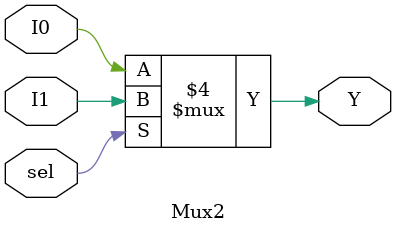
<source format=v>
`timescale 1ns / 1ps

module Mux4 (y,In,Sel_A,Sel_B);
output y;
input [3:0] In;
input  Sel_A,Sel_B;
wire [1:0] out;

// Instantiate Mux2 module 3 times to create a 4:1 Mux
//Put Your code here

Mux2 m1(Sel_A, In[0], In[1], out[0]);
Mux2 m2(Sel_B & Sel_A, In[2], In[3], out[1]);

Mux2 m3(Sel_B, out[0], out[1], y);


endmodule



// 2:1 Mux module
module Mux2 (
    input wire sel,
     I0,
     I1,
    output reg Y
    );
always  @ (I0, I1, sel)
  begin
    if (sel == 0)
    begin
      Y = I0;
    end 
    else 
    begin
      Y = I1;
    end
  end
endmodule

</source>
